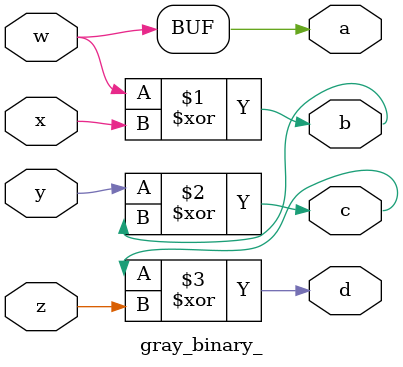
<source format=sv>
module gray_binary_(a,b,c,d,w,x,y,z);
  input w,x,y,z;
  output a,b,c,d;
  assign a = w;
  xor x1(b,w,x);
  xor x2(c,y,b);
  xor x3(d,c,z);
  
endmodule 

</source>
